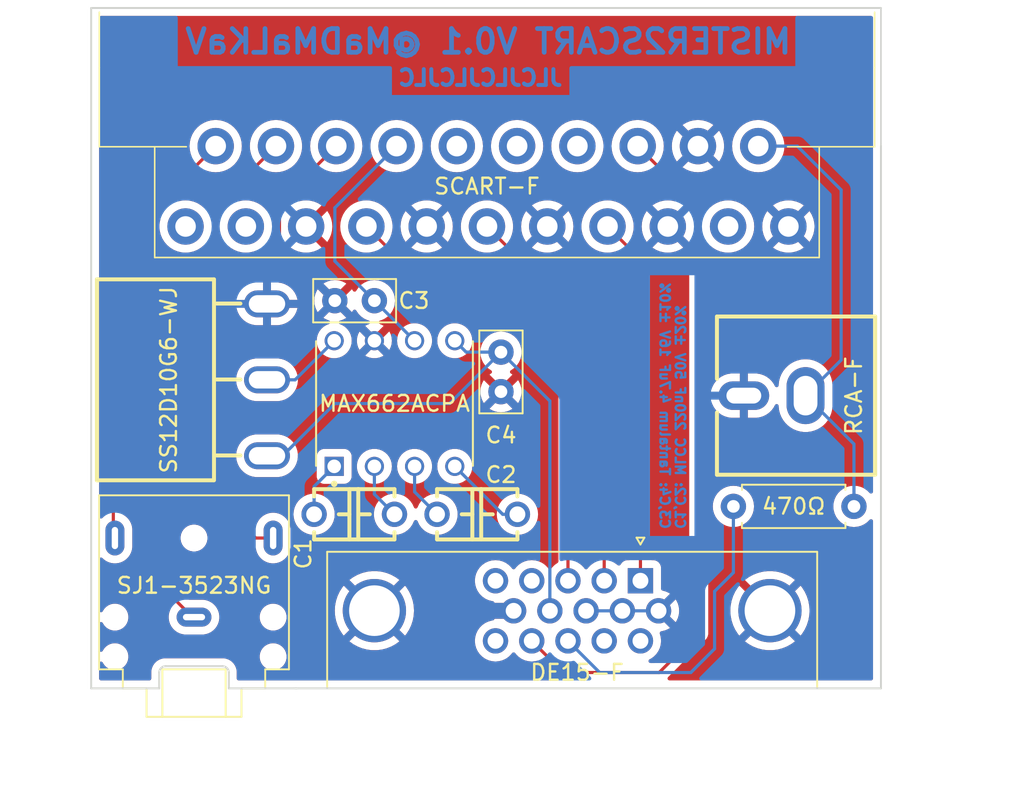
<source format=kicad_pcb>
(kicad_pcb (version 20240108) (generator "pcbnew") (generator_version "8.0")
  (layers (0 "F.Cu" signal) (31 "B.Cu" signal) (34 "B.Paste" user) (35 "F.Paste" user) (36 "B.SilkS" user "B.Silkscreen") (37 "F.SilkS" user "F.Silkscreen") (38 "B.Mask" user) (39 "F.Mask" user) (44 "Edge.Cuts" user))
  (net 0 "")
  (net 1 "Net-(U1-C1-)")
  (net 2 "Net-(U1-C1+)")
  (net 3 "Net-(U1-C2-)")
  (net 4 "Net-(U1-C2+)")
  (net 5 "Net-(J1-P8)")
  (net 6 "GND")
  (net 7 "Net-(SW2-C)")
  (net 8 "Net-(J1-P7)")
  (net 9 "Net-(J1-P6)")
  (net 10 "Net-(J1-P16)")
  (net 13 "Net-(J1-P20)")
  (net 14 "Net-(J1-P2)")
  (net 16 "Net-(J1-P11)")
  (net 17 "Net-(J1-P15)")
  (net 19 "Net-(J1-P4)")
  (net 26 "Net-(J2-Pad13)")
  (net 28 "Net-(SW2-B)")
  (footprint "BOOMELE AV-5:CONN-TH_AV-5" (layer "F.Cu") (at 146.8 74.5 90)
    (property "Reference" "J4" (hide yes))
    (property "Value" "RCA-F" (at 0 5 90) (layer "F.SilkS"))
    (fp_line (start 5 -3.65) (end 5 6.35) (stroke (width 0.25)) (layer "F.SilkS"))
    (fp_line (start 1.06 -3.65) (end 5 -3.65) (stroke (width 0.25)) (layer "F.SilkS"))
    (fp_line (start -5 -3.65) (end -1.06 -3.65) (stroke (width 0.25)) (layer "F.SilkS"))
    (fp_line (start -5 6.35) (end -5 -3.65) (stroke (width 0.25)) (layer "F.SilkS"))
    (fp_line (start -5 6.35) (end 5 6.35) (stroke (width 0.25)) (layer "F.SilkS"))
    (pad "1" thru_hole oval (at 0 1.95 90) (size 3.6 2.4) (drill oval 2.499995 1.500022) (layers "*.Cu" "*.Mask") (net 13 "Net-(J1-P20)"))
    (pad "2" thru_hole oval (at 0 -1.95 180) (size 3.2 1.8) (drill oval 2.199996 0.999998) (layers "*.Cu" "*.Mask") (net 6 "GND"))
  )
  (footprint "Connector_Dsub:DSUB-15-HD_Female_Horizontal_P2.29x1.90mm_EdgePinOffset3.03mm_Housed_MountingHolesOffset4.94mm" (layer "F.Cu") (at 138.315 86.2)
    (property "Reference" "J2" (hide yes))
    (property "Value" "DE15-F" (at -4 5.8 0) (layer "F.SilkS"))
    (fp_line (start -19.8 -1.83) (end 11.17 -1.83) (stroke (width 0.12)) (layer "F.SilkS"))
    (fp_line (start -19.8 6.77) (end -19.8 -1.83) (stroke (width 0.12)) (layer "F.SilkS"))
    (fp_line (start -0.25 -2.724338) (end 0.25 -2.724338) (stroke (width 0.12)) (layer "F.SilkS"))
    (fp_line (start 0 -2.291325) (end -0.25 -2.724338) (stroke (width 0.12)) (layer "F.SilkS"))
    (fp_line (start 0.25 -2.724338) (end 0 -2.291325) (stroke (width 0.12)) (layer "F.SilkS"))
    (fp_line (start 11.17 -1.83) (end 11.17 6.77) (stroke (width 0.12)) (layer "F.SilkS"))
    (pad "0" thru_hole circle (at -16.815 1.89) (size 4 4) (drill 3.2) (layers "*.Cu" "*.Mask") (net 6 "GND"))
    (pad "0" thru_hole circle (at 8.185 1.89) (size 4 4) (drill 3.2) (layers "*.Cu" "*.Mask") (net 6 "GND"))
    (pad "1" thru_hole rect (at 0 0) (size 1.6 1.6) (drill 1) (layers "*.Cu" "*.Mask") (net 17 "Net-(J1-P15)"))
    (pad "2" thru_hole circle (at -2.29 0) (size 1.6 1.6) (drill 1) (layers "*.Cu" "*.Mask") (net 16 "Net-(J1-P11)"))
    (pad "3" thru_hole circle (at -4.58 0) (size 1.6 1.6) (drill 1) (layers "*.Cu" "*.Mask") (net 8 "Net-(J1-P7)"))
    (pad "4" thru_hole circle (at -6.87 0) (size 1.6 1.6) (drill 1) (layers "*.Cu" "*.Mask"))
    (pad "5" thru_hole circle (at -9.16 0) (size 1.6 1.6) (drill 1) (layers "*.Cu" "*.Mask"))
    (pad "6" thru_hole circle (at 1.145 1.9) (size 1.6 1.6) (drill 1) (layers "*.Cu" "*.Mask") (net 6 "GND"))
    (pad "7" thru_hole circle (at -1.145 1.9) (size 1.6 1.6) (drill 1) (layers "*.Cu" "*.Mask") (net 6 "GND"))
    (pad "8" thru_hole circle (at -3.435 1.9) (size 1.6 1.6) (drill 1) (layers "*.Cu" "*.Mask") (net 6 "GND"))
    (pad "9" thru_hole circle (at -5.725 1.9) (size 1.6 1.6) (drill 1) (layers "*.Cu" "*.Mask") (net 7 "Net-(SW2-C)"))
    (pad "10" thru_hole circle (at -8.015 1.9) (size 1.6 1.6) (drill 1) (layers "*.Cu" "*.Mask") (net 6 "GND") (thermal_bridge_width 1))
    (pad "11" thru_hole circle (at 0 3.8) (size 1.6 1.6) (drill 1) (layers "*.Cu" "*.Mask"))
    (pad "12" thru_hole circle (at -2.29 3.8) (size 1.6 1.6) (drill 1) (layers "*.Cu" "*.Mask"))
    (pad "13" thru_hole circle (at -4.58 3.8) (size 1.6 1.6) (drill 1) (layers "*.Cu" "*.Mask") (net 26 "Net-(J2-Pad13)"))
    (pad "14" thru_hole circle (at -6.87 3.8) (size 1.6 1.6) (drill 1) (layers "*.Cu" "*.Mask") (net 10 "Net-(J1-P16)"))
    (pad "15" thru_hole circle (at -9.16 3.8) (size 1.6 1.6) (drill 1) (layers "*.Cu" "*.Mask"))
  )
  (footprint "C322C224M5U5TA:CAP-TH_L5.1-W3.2-P5.08-D0.50" (layer "F.Cu") (at 128 82 180)
    (property "Reference" "C2" (at -1.5 2.5 0) (layer "F.SilkS"))
    (property "Value" "0.22μF" (hide yes))
    (fp_line (start 2.54 1.59) (end -2.54 1.59) (stroke (width 0.25)) (layer "F.SilkS"))
    (fp_line (start 2.54 1.13) (end 2.54 1.59) (stroke (width 0.25)) (layer "F.SilkS"))
    (fp_line (start 2.54 -1.59) (end 2.54 -1.13) (stroke (width 0.25)) (layer "F.SilkS"))
    (fp_line (start 0.31 0) (end 0.98 0) (stroke (width 0.25)) (layer "F.SilkS"))
    (fp_line (start 0.31 -1.59) (end 0.31 1.59) (stroke (width 0.25)) (layer "F.SilkS"))
    (fp_line (start -0.25 -1.58) (end -0.25 1.6) (stroke (width 0.25)) (layer "F.SilkS"))
    (fp_line (start -0.32 0) (end -0.98 0) (stroke (width 0.25)) (layer "F.SilkS"))
    (fp_line (start -2.54 1.13) (end -2.54 1.59) (stroke (width 0.25)) (layer "F.SilkS"))
    (fp_line (start -2.54 -1.59) (end 2.54 -1.59) (stroke (width 0.25)) (layer "F.SilkS"))
    (fp_line (start -2.54 -1.59) (end -2.54 -1.13) (stroke (width 0.25)) (layer "F.SilkS"))
    (pad "1" thru_hole circle (at -2.54 0 180) (size 1.6 1.6) (drill 0.999998) (layers "*.Cu" "*.Mask") (net 4 "Net-(U1-C2+)"))
    (pad "2" thru_hole circle (at 2.54 0 180) (size 1.6 1.6) (drill 0.999998) (layers "*.Cu" "*.Mask") (net 3 "Net-(U1-C2-)"))
  )
  (footprint "Capacitor_THT:C_Disc_D5.0mm_W2.5mm_P2.50mm" (layer "F.Cu") (at 129.5 71.75 -90)
    (property "Reference" "C4" (at 5.25 0 0) (layer "F.SilkS"))
    (property "Value" "4.7μF" (hide yes))
    (fp_line (start -1.37 1.37) (end 3.87 1.37) (stroke (width 0.12)) (layer "F.SilkS"))
    (fp_line (start -1.37 -1.37) (end -1.37 1.37) (stroke (width 0.12)) (layer "F.SilkS"))
    (fp_line (start -1.37 -1.37) (end 3.87 -1.37) (stroke (width 0.12)) (layer "F.SilkS"))
    (fp_line (start 3.87 -1.37) (end 3.87 1.37) (stroke (width 0.12)) (layer "F.SilkS"))
    (pad "1" thru_hole circle (at 0 0 270) (size 1.6 1.6) (drill 0.8) (layers "*.Cu" "*.Mask") (net 7 "Net-(SW2-C)"))
    (pad "2" thru_hole circle (at 2.5 0 270) (size 1.6 1.6) (drill 0.8) (layers "*.Cu" "*.Mask") (net 6 "GND"))
  )
  (footprint "MAX662ACPA:DIP794W47P254L991H457Q8" (layer "F.Cu") (at 122.77 75 90)
    (property "Reference" "U1" (hide yes))
    (property "Value" "MAX662ACPA" (at 0 0 0) (layer "F.SilkS"))
    (fp_line (start -3.935 -4.955) (end 3.935 -4.955) (stroke (width 0.127)) (layer "F.SilkS"))
    (fp_line (start -3.935 4.955) (end 3.935 4.955) (stroke (width 0.127)) (layer "F.SilkS"))
    (fp_circle (center -5.075 -3.81) (end -4.975 -3.81) (stroke (width 0.2)) (fill none) (layer "F.SilkS"))
    (pad "1" thru_hole rect (at -3.97 -3.81 90) (size 1.21 1.21) (drill 0.86) (layers "*.Cu" "*.Mask") (net 1 "Net-(U1-C1-)"))
    (pad "2" thru_hole circle (at -3.97 -1.27 90) (size 1.21 1.21) (drill 0.86) (layers "*.Cu" "*.Mask") (net 2 "Net-(U1-C1+)"))
    (pad "3" thru_hole circle (at -3.97 1.27 90) (size 1.21 1.21) (drill 0.86) (layers "*.Cu" "*.Mask") (net 3 "Net-(U1-C2-)"))
    (pad "4" thru_hole circle (at -3.97 3.81 90) (size 1.21 1.21) (drill 0.86) (layers "*.Cu" "*.Mask") (net 4 "Net-(U1-C2+)"))
    (pad "5" thru_hole circle (at 3.97 3.81 90) (size 1.21 1.21) (drill 0.86) (layers "*.Cu" "*.Mask") (net 7 "Net-(SW2-C)"))
    (pad "6" thru_hole circle (at 3.97 1.27 90) (size 1.21 1.21) (drill 0.86) (layers "*.Cu" "*.Mask") (net 5 "Net-(J1-P8)"))
    (pad "7" thru_hole circle (at 3.97 -1.27 90) (size 1.21 1.21) (drill 0.86) (layers "*.Cu" "*.Mask") (net 6 "GND"))
    (pad "8" thru_hole circle (at 3.97 -3.81 90) (size 1.21 1.21) (drill 0.86) (layers "*.Cu" "*.Mask") (net 28 "Net-(SW2-B)"))
  )
  (footprint "KYCON_SCART_K-SCARTX-022:KYCON_SCART_K-SCARTX-022_Horizontal" (layer "F.Cu") (at 128.615 61.27)
    (property "Reference" "J1" (hide yes))
    (property "Value" "SCART-F" (at 0 0 0) (layer "F.SilkS"))
    (fp_line (start -24.5 -11) (end -24.5 -7.5) (stroke (width 0.1)) (layer "F.SilkS"))
    (fp_line (start -24.5 -7.5) (end -24.5 -2.5) (stroke (width 0.1)) (layer "F.SilkS"))
    (fp_line (start -21 4.5) (end -21 -2.5) (stroke (width 0.1)) (layer "F.SilkS"))
    (fp_line (start -19 -2.5) (end -24.5 -2.5) (stroke (width 0.1)) (layer "F.SilkS"))
    (fp_line (start 19 -2.5) (end 24.5 -2.5) (stroke (width 0.1)) (layer "F.SilkS"))
    (fp_line (start 21 -2.5) (end 21 4.5) (stroke (width 0.1)) (layer "F.SilkS"))
    (fp_line (start 21 4.5) (end -21 4.5) (stroke (width 0.1)) (layer "F.SilkS"))
    (fp_line (start 24.5 -7.5) (end 24.5 -11) (stroke (width 0.1)) (layer "F.SilkS"))
    (fp_line (start 24.5 -2.5) (end 24.5 -7.5) (stroke (width 0.1)) (layer "F.SilkS"))
    (pad "1" thru_hole circle (at -19.05 2.54) (size 2.3 2.3) (drill 1.3) (layers "*.Cu" "*.Mask"))
    (pad "2" thru_hole circle (at -17.145 -2.54) (size 2.3 2.3) (drill 1.3) (layers "*.Cu" "*.Mask") (net 14 "Net-(J1-P2)"))
    (pad "3" thru_hole circle (at -15.24 2.54) (size 2.3 2.3) (drill 1.3) (layers "*.Cu" "*.Mask"))
    (pad "4" thru_hole circle (at -13.335 -2.54) (size 2.3 2.3) (drill 1.3) (layers "*.Cu" "*.Mask") (net 19 "Net-(J1-P4)"))
    (pad "5" thru_hole circle (at -11.43 2.54) (size 2.3 2.3) (drill 1.3) (layers "*.Cu" "*.Mask") (net 6 "GND"))
    (pad "6" thru_hole circle (at -9.525 -2.54) (size 2.3 2.3) (drill 1.3) (layers "*.Cu" "*.Mask") (net 9 "Net-(J1-P6)"))
    (pad "7" thru_hole circle (at -7.62 2.54) (size 2.3 2.3) (drill 1.3) (layers "*.Cu" "*.Mask") (net 8 "Net-(J1-P7)"))
    (pad "8" thru_hole circle (at -5.715 -2.54) (size 2.3 2.3) (drill 1.3) (layers "*.Cu" "*.Mask") (net 5 "Net-(J1-P8)"))
    (pad "9" thru_hole circle (at -3.81 2.54) (size 2.3 2.3) (drill 1.3) (layers "*.Cu" "*.Mask") (net 6 "GND"))
    (pad "10" thru_hole circle (at -1.905 -2.54) (size 2.3 2.3) (drill 1.3) (layers "*.Cu" "*.Mask"))
    (pad "11" thru_hole circle (at 0 2.54) (size 2.3 2.3) (drill 1.3) (layers "*.Cu" "*.Mask") (net 16 "Net-(J1-P11)"))
    (pad "12" thru_hole circle (at 1.905 -2.54) (size 2.3 2.3) (drill 1.3) (layers "*.Cu" "*.Mask"))
    (pad "13" thru_hole circle (at 3.81 2.54) (size 2.3 2.3) (drill 1.3) (layers "*.Cu" "*.Mask") (net 6 "GND"))
    (pad "14" thru_hole circle (at 5.715 -2.54) (size 2.3 2.3) (drill 1.3) (layers "*.Cu" "*.Mask"))
    (pad "15" thru_hole circle (at 7.62 2.54) (size 2.3 2.3) (drill 1.3) (layers "*.Cu" "*.Mask") (net 17 "Net-(J1-P15)"))
    (pad "16" thru_hole circle (at 9.525 -2.54) (size 2.3 2.3) (drill 1.3) (layers "*.Cu" "*.Mask") (net 10 "Net-(J1-P16)"))
    (pad "17" thru_hole circle (at 11.43 2.54) (size 2.3 2.3) (drill 1.3) (layers "*.Cu" "*.Mask") (net 6 "GND"))
    (pad "18" thru_hole circle (at 13.335 -2.54) (size 2.3 2.3) (drill 1.3) (layers "*.Cu" "*.Mask") (net 6 "GND"))
    (pad "19" thru_hole circle (at 15.24 2.54) (size 2.3 2.3) (drill 1.3) (layers "*.Cu" "*.Mask"))
    (pad "20" thru_hole circle (at 17.145 -2.54) (size 2.3 2.3) (drill 1.3) (layers "*.Cu" "*.Mask") (net 13 "Net-(J1-P20)"))
    (pad "21" thru_hole circle (at 19.05 2.54) (size 2.3 2.3) (drill 1.3) (layers "*.Cu" "*.Mask") (net 6 "GND"))
  )
  (footprint "Capacitor_THT:C_Disc_D5.0mm_W2.5mm_P2.50mm" (layer "F.Cu") (at 121.5 68.5 180)
    (property "Reference" "C3" (at -2.5 0 180) (layer "F.SilkS"))
    (property "Value" "4.7μF" (hide yes))
    (fp_line (start 3.87 -1.37) (end 3.87 1.37) (stroke (width 0.12)) (layer "F.SilkS"))
    (fp_line (start -1.37 1.37) (end 3.87 1.37) (stroke (width 0.12)) (layer "F.SilkS"))
    (fp_line (start -1.37 -1.37) (end 3.87 -1.37) (stroke (width 0.12)) (layer "F.SilkS"))
    (fp_line (start -1.37 -1.37) (end -1.37 1.37) (stroke (width 0.12)) (layer "F.SilkS"))
    (pad "1" thru_hole circle (at 0 0 180) (size 1.6 1.6) (drill 0.8) (layers "*.Cu" "*.Mask") (net 5 "Net-(J1-P8)"))
    (pad "2" thru_hole circle (at 2.5 0 180) (size 1.6 1.6) (drill 0.8) (layers "*.Cu" "*.Mask") (net 6 "GND"))
  )
  (footprint "Connector_Audio:Jack_3.5mm_CUI_SJ1-3523N_Horizontal" (layer "F.Cu") (at 110.1 88.5)
    (property "Reference" "J3" (hide yes))
    (property "Value" "SJ1-3523NG" (at 0 -2 0) (layer "F.SilkS"))
    (fp_line (start -6 -7.7) (end 6 -7.7) (stroke (width 0.12)) (layer "F.SilkS"))
    (fp_line (start -6 3.3) (end -6 -7.7) (stroke (width 0.12)) (layer "F.SilkS"))
    (fp_line (start -4.5 3.3) (end -6 3.3) (stroke (width 0.12)) (layer "F.SilkS"))
    (fp_line (start -4.5 4.5) (end -4.5 3.3) (stroke (width 0.12)) (layer "F.SilkS"))
    (fp_line (start -3 4.5) (end -4.5 4.5) (stroke (width 0.12)) (layer "F.SilkS"))
    (fp_line (start -3 6.3) (end -3 4.5) (stroke (width 0.12)) (layer "F.SilkS"))
    (fp_line (start -2 3.3) (end -2 6.3) (stroke (width 0.12)) (layer "F.SilkS"))
    (fp_line (start 2 3.3) (end -2 3.3) (stroke (width 0.12)) (layer "F.SilkS"))
    (fp_line (start 2 6.3) (end 2 3.3) (stroke (width 0.12)) (layer "F.SilkS"))
    (fp_line (start 3 4.5) (end 3 6.3) (stroke (width 0.12)) (layer "F.SilkS"))
    (fp_line (start 3 6.3) (end -3 6.3) (stroke (width 0.12)) (layer "F.SilkS"))
    (fp_line (start 4.5 3.3) (end 4.5 4.5) (stroke (width 0.12)) (layer "F.SilkS"))
    (fp_line (start 4.5 4.5) (end 3 4.5) (stroke (width 0.12)) (layer "F.SilkS"))
    (fp_line (start 6 -7.7) (end 6 3.3) (stroke (width 0.12)) (layer "F.SilkS"))
    (fp_line (start 6 3.3) (end 4.5 3.3) (stroke (width 0.12)) (layer "F.SilkS"))
    (fp_line (start -2.2 3.5) (end -2.2 4.5) (stroke (width 0.12)) (layer "Edge.Cuts"))
    (fp_line (start -2.2 4.5) (end -6.5 4.5) (stroke (width 0.12)) (layer "Edge.Cuts"))
    (fp_line (start 1.8 3.1) (end -1.8 3.1) (stroke (width 0.12)) (layer "Edge.Cuts"))
    (fp_line (start 2.2 3.5) (end 2.2 4.5) (stroke (width 0.12)) (layer "Edge.Cuts"))
    (fp_line (start 2.2 4.5) (end 6.5 4.5) (stroke (width 0.12)) (layer "Edge.Cuts"))
    (fp_arc (start -2.2 3.5) (mid -2.082842 3.217158) (end -1.8 3.1) (stroke (width 0.12)) (layer "Edge.Cuts"))
    (fp_arc (start 1.8 3.1) (mid 2.082843 3.217157) (end 2.2 3.5) (stroke (width 0.12)) (layer "Edge.Cuts"))
    (pad "" np_thru_hole circle (at -5 0) (size 1.2 1.2) (drill 1.2) (layers "F&B.Cu" "*.Mask"))
    (pad "" np_thru_hole circle (at -5 2.5) (size 1.2 1.2) (drill 1.2) (layers "F&B.Cu" "*.Mask"))
    (pad "" np_thru_hole circle (at 0 -5) (size 1.2 1.2) (drill 1.2) (layers "F&B.Cu" "*.Mask"))
    (pad "" np_thru_hole circle (at 5 0) (size 1.2 1.2) (drill 1.2) (layers "F&B.Cu" "*.Mask"))
    (pad "" np_thru_hole circle (at 5 2.5) (size 1.2 1.2) (drill 1.2) (layers "F&B.Cu" "*.Mask"))
    (pad "R" thru_hole oval (at -5 -5) (size 1.2 2.2) (drill oval 0.4 1.4) (layers "*.Cu" "*.Mask") (net 14 "Net-(J1-P2)"))
    (pad "S" thru_hole oval (at 0 0) (size 2.2 1.2) (drill oval 1.4 0.4) (layers "*.Cu" "*.Mask") (net 19 "Net-(J1-P4)"))
    (pad "T" thru_hole oval (at 5 -5 180) (size 1.2 2.2) (drill oval 0.4 1.4) (layers "*.Cu" "*.Mask") (net 9 "Net-(J1-P6)"))
  )
  (footprint "Resistor_THT:R_Axial_DIN0207_L6.3mm_D2.5mm_P7.62mm_Horizontal" (layer "F.Cu") (at 151.81 81.5 180)
    (property "Reference" "R1" (hide yes))
    (property "Value" "470Ω" (at 3.81 0 0) (layer "F.SilkS"))
    (fp_line (start 7.08 1.37) (end 7.08 1.04) (stroke (width 0.12)) (layer "F.SilkS"))
    (fp_line (start 7.08 -1.37) (end 7.08 -1.04) (stroke (width 0.12)) (layer "F.SilkS"))
    (fp_line (start 0.54 1.37) (end 7.08 1.37) (stroke (width 0.12)) (layer "F.SilkS"))
    (fp_line (start 0.54 1.04) (end 0.54 1.37) (stroke (width 0.12)) (layer "F.SilkS"))
    (fp_line (start 0.54 -1.04) (end 0.54 -1.37) (stroke (width 0.12)) (layer "F.SilkS"))
    (fp_line (start 0.54 -1.37) (end 7.08 -1.37) (stroke (width 0.12)) (layer "F.SilkS"))
    (pad "1" thru_hole circle (at 0 0 180) (size 1.6 1.6) (drill 0.8) (layers "*.Cu" "*.Mask") (net 13 "Net-(J1-P20)"))
    (pad "2" thru_hole oval (at 7.62 0 180) (size 1.6 1.6) (drill 0.8) (layers "*.Cu" "*.Mask") (net 26 "Net-(J2-Pad13)"))
  )
  (footprint "SS12D10G6-WJ:SW-TH_3P-P4.80_HX-SS12D10G6-WJ" (layer "F.Cu") (at 114.7125 73.5 -90)
    (property "Reference" "SW2" (hide yes))
    (property "Value" "SS12D10G6-WJ" (at 0 6.2125 90) (layer "F.SilkS"))
    (fp_line (start -6.35 10.75) (end 6.35 10.75) (stroke (width 0.25)) (layer "F.SilkS"))
    (fp_line (start 6.35 3.4) (end 6.35 10.75) (stroke (width 0.25)) (layer "F.SilkS"))
    (fp_line (start -6.35 3.35) (end -6.35 10.75) (stroke (width 0.25)) (layer "F.SilkS"))
    (fp_line (start 6.35 3.35) (end -6.35 3.35) (stroke (width 0.25)) (layer "F.SilkS"))
    (fp_line (start -4.82 1.68) (end -4.82 3.18) (stroke (width 0.25)) (layer "F.SilkS"))
    (fp_line (start -0.02 1.68) (end -0.02 3.18) (stroke (width 0.25)) (layer "F.SilkS"))
    (fp_line (start 4.78 1.68) (end 4.78 3.18) (stroke (width 0.25)) (layer "F.SilkS"))
    (pad "1" thru_hole oval (at -4.8 0 270) (size 1.7 2.9) (drill oval 1.100023 2.299995) (layers "*.Cu" "*.Mask") (net 6 "GND"))
    (pad "2" thru_hole oval (at 0 0 270) (size 1.7 2.9) (drill oval 1.100023 2.299995) (layers "*.Cu" "*.Mask") (net 28 "Net-(SW2-B)"))
    (pad "3" thru_hole oval (at 4.8 0 270) (size 1.7 2.9) (drill oval 1.100023 2.299995) (layers "*.Cu" "*.Mask") (net 7 "Net-(SW2-C)"))
  )
  (footprint "C322C224M5U5TA:CAP-TH_L5.1-W3.2-P5.08-D0.50" (layer "F.Cu") (at 120.23 82 180)
    (property "Reference" "C1" (at 3.23 -2.5 90) (layer "F.SilkS"))
    (property "Value" "0.22μF" (hide yes))
    (fp_line (start 2.54 1.59) (end -2.54 1.59) (stroke (width 0.25)) (layer "F.SilkS"))
    (fp_line (start 2.54 1.13) (end 2.54 1.59) (stroke (width 0.25)) (layer "F.SilkS"))
    (fp_line (start 2.54 -1.59) (end 2.54 -1.13) (stroke (width 0.25)) (layer "F.SilkS"))
    (fp_line (start 0.31 0) (end 0.98 0) (stroke (width 0.25)) (layer "F.SilkS"))
    (fp_line (start 0.31 -1.59) (end 0.31 1.59) (stroke (width 0.25)) (layer "F.SilkS"))
    (fp_line (start -0.25 -1.58) (end -0.25 1.6) (stroke (width 0.25)) (layer "F.SilkS"))
    (fp_line (start -0.32 0) (end -0.98 0) (stroke (width 0.25)) (layer "F.SilkS"))
    (fp_line (start -2.54 1.13) (end -2.54 1.59) (stroke (width 0.25)) (layer "F.SilkS"))
    (fp_line (start -2.54 -1.59) (end 2.54 -1.59) (stroke (width 0.25)) (layer "F.SilkS"))
    (fp_line (start -2.54 -1.59) (end -2.54 -1.13) (stroke (width 0.25)) (layer "F.SilkS"))
    (pad "1" thru_hole circle (at -2.54 0 180) (size 1.6 1.6) (drill 0.999998) (layers "*.Cu" "*.Mask") (net 2 "Net-(U1-C1+)"))
    (pad "2" thru_hole circle (at 2.54 0 180) (size 1.6 1.6) (drill 0.999998) (layers "*.Cu" "*.Mask") (net 1 "Net-(U1-C1-)"))
  )
  (gr_line (start 103.6 49.999326) (end 153.515 49.999973) (stroke (width 0.12)) (layer "Edge.Cuts"))
  (gr_line (start 153.515 58.73) (end 153.515 93.000674) (stroke (width 0.12)) (layer "Edge.Cuts"))
  (gr_line (start 116.5 93) (end 153.515 93.000674) (stroke (width 0.12)) (layer "Edge.Cuts"))
  (gr_line (start 153.515 58.73) (end 153.515 49.999973) (stroke (width 0.1)) (layer "Edge.Cuts"))
  (gr_line (start 103.6 49.999326) (end 103.6 93) (stroke (width 0.12)) (layer "Edge.Cuts"))
  (gr_text "MISTER2SCART V0.1 @MaDMaLKaV" (at 148 53 0) (layer "B.Cu") (effects (font (size 1.5 1.5) (thickness 0.3) (bold yes)) (justify left bottom mirror)))
  (gr_text "JLCJLCJLCJLC" (at 133.5 55 0) (layer "B.Cu") (effects (font (size 1 1) (thickness 0.25) (bold yes)) (justify left bottom mirror)))
  (gr_text "C1,C2: MLCC 220nF 50V ±20%\nC3,C4: Tantalum 4.7uF 16V ±10%" (at 139.5 83 270) (layer "B.Cu") (effects (font (size 0.6 0.6) (thickness 0.15) (bold yes)) (justify left bottom mirror)))
  (segment (start 117.69 82) (end 117.69 80.24) (width 0.2) (layer "B.Cu") (net 1))
  (segment (start 117.69 80.24) (end 118.96 78.97) (width 0.2) (layer "B.Cu") (net 1))
  (segment (start 121.5 78.97) (end 121.5 80.73) (width 0.2) (layer "B.Cu") (net 2))
  (segment (start 121.5 80.73) (end 122.77 82) (width 0.2) (layer "B.Cu") (net 2))
  (segment (start 124.04 78.97) (end 124.04 80.58) (width 0.2) (layer "B.Cu") (net 3))
  (segment (start 124.04 80.58) (end 125.46 82) (width 0.2) (layer "B.Cu") (net 3))
  (segment (start 129.61 82) (end 130.54 82) (width 0.2) (layer "B.Cu") (net 4))
  (segment (start 126.58 78.97) (end 129.61 82) (width 0.2) (layer "B.Cu") (net 4))
  (segment (start 119 62.63) (end 119 66) (width 0.2) (layer "B.Cu") (net 5))
  (segment (start 124.04 71.03) (end 121.51 68.5) (width 0.2) (layer "B.Cu") (net 5))
  (segment (start 122.9 58.73) (end 119 62.63) (width 0.2) (layer "B.Cu") (net 5))
  (segment (start 119 66) (end 121.5 68.5) (width 0.2) (layer "B.Cu") (net 5))
  (segment (start 121.51 68.5) (end 121.5 68.5) (width 0.2) (layer "B.Cu") (net 5))
  (segment (start 137.17 88.1) (end 134.88 88.1) (width 0.2) (layer "B.Cu") (net 6))
  (segment (start 139.46 88.1) (end 137.17 88.1) (width 0.2) (layer "B.Cu") (net 6))
  (segment (start 129.5 71.75) (end 127.3 71.75) (width 0.2) (layer "B.Cu") (net 7))
  (segment (start 127.3 71.75) (end 126.58 71.03) (width 0.2) (layer "B.Cu") (net 7))
  (segment (start 132.59 88.1) (end 132.59 74.84) (width 0.2) (layer "B.Cu") (net 7))
  (segment (start 114.7125 78.3) (end 115.7 78.3) (width 0.2) (layer "B.Cu") (net 7))
  (segment (start 132.59 74.84) (end 129.5 71.75) (width 0.2) (layer "B.Cu") (net 7))
  (segment (start 119 75) (end 126.25 75) (width 0.2) (layer "B.Cu") (net 7))
  (segment (start 115.7 78.3) (end 119 75) (width 0.2) (layer "B.Cu") (net 7))
  (segment (start 126.25 75) (end 129.5 71.75) (width 0.2) (layer "B.Cu") (net 7))
  (segment (start 133.735 71.735) (end 130 68) (width 0.2) (layer "F.Cu") (net 8))
  (segment (start 130 68) (end 125.185 68) (width 0.2) (layer "F.Cu") (net 8))
  (segment (start 133.735 86.2) (end 133.735 71.735) (width 0.2) (layer "F.Cu") (net 8))
  (segment (start 125.185 68) (end 120.995 63.81) (width 0.2) (layer "F.Cu") (net 8))
  (segment (start 115.5 62.32) (end 119.09 58.73) (width 0.2) (layer "F.Cu") (net 9))
  (segment (start 115 83.5) (end 114 83.5) (width 0.2) (layer "F.Cu") (net 9))
  (segment (start 110.5 70) (end 115.5 65) (width 0.2) (layer "F.Cu") (net 9))
  (segment (start 115.5 65) (end 115.5 62.32) (width 0.2) (layer "F.Cu") (net 9))
  (segment (start 110.5 80) (end 110.5 70) (width 0.2) (layer "F.Cu") (net 9))
  (segment (start 114 83.5) (end 110.5 80) (width 0.2) (layer "F.Cu") (net 9))
  (segment (start 142 89.5) (end 142 62.59) (width 0.2) (layer "F.Cu") (net 10))
  (segment (start 142 62.59) (end 138.14 58.73) (width 0.2) (layer "F.Cu") (net 10))
  (segment (start 133.445 92) (end 139.5 92) (width 0.2) (layer "F.Cu") (net 10))
  (segment (start 139.5 92) (end 142 89.5) (width 0.2) (layer "F.Cu") (net 10))
  (segment (start 131.445 90) (end 133.445 92) (width 0.2) (layer "F.Cu") (net 10))
  (segment (start 151.81 81.5) (end 151.81 77.56) (width 0.2) (layer "B.Cu") (net 13))
  (segment (start 148.75 74.5) (end 151 72.25) (width 0.2) (layer "B.Cu") (net 13))
  (segment (start 148.23 58.73) (end 145.76 58.73) (width 0.2) (layer "B.Cu") (net 13))
  (segment (start 151 61.5) (end 148.23 58.73) (width 0.2) (layer "B.Cu") (net 13))
  (segment (start 151.81 77.56) (end 148.75 74.5) (width 0.2) (layer "B.Cu") (net 13))
  (segment (start 151 72.25) (end 151 61.5) (width 0.2) (layer "B.Cu") (net 13))
  (segment (start 105 65.2) (end 111.47 58.73) (width 0.2) (layer "F.Cu") (net 14))
  (segment (start 105 83.5) (end 105 65.2) (width 0.2) (layer "F.Cu") (net 14))
  (segment (start 136.025 86.2) (end 136.025 71.22) (width 0.2) (layer "F.Cu") (net 16))
  (segment (start 136.025 71.22) (end 128.615 63.81) (width 0.2) (layer "F.Cu") (net 16))
  (segment (start 138.315 86.2) (end 138.315 65.89) (width 0.2) (layer "F.Cu") (net 17))
  (segment (start 138.315 65.89) (end 136.235 63.81) (width 0.2) (layer "F.Cu") (net 17))
  (segment (start 111.5 65.5) (end 111.5 62.51) (width 0.2) (layer "F.Cu") (net 19))
  (segment (start 110 88.5) (end 108 86.5) (width 0.2) (layer "F.Cu") (net 19))
  (segment (start 108 69) (end 111.5 65.5) (width 0.2) (layer "F.Cu") (net 19))
  (segment (start 108 86.5) (end 108 69) (width 0.2) (layer "F.Cu") (net 19))
  (segment (start 111.5 62.51) (end 115.28 58.73) (width 0.2) (layer "F.Cu") (net 19))
  (segment (start 135.735 92) (end 141.5 92) (width 0.2) (layer "B.Cu") (net 26))
  (segment (start 143 86.870635) (end 144.19 85.680635) (width 0.2) (layer "B.Cu") (net 26))
  (segment (start 141.5 92) (end 143 90.5) (width 0.2) (layer "B.Cu") (net 26))
  (segment (start 143 90.5) (end 143 86.870635) (width 0.2) (layer "B.Cu") (net 26))
  (segment (start 144.19 85.680635) (end 144.19 81.5) (width 0.2) (layer "B.Cu") (net 26))
  (segment (start 133.735 90) (end 135.735 92) (width 0.2) (layer "B.Cu") (net 26))
  (segment (start 116.49 73.5) (end 118.96 71.03) (width 0.2) (layer "B.Cu") (net 28))
  (segment (start 114.7125 73.5) (end 116.49 73.5) (width 0.2) (layer "B.Cu") (net 28))
  (zone (net 6) (net_name "GND") (layer "F.Cu") (connect_pads (clearance 0.5)) (min_thickness 0.25) (fill yes (thermal_gap 0.5) (thermal_bridge_width 0.5))
    (polygon (pts (xy 153.5 50) (xy 153.5 93) (xy 112 93) (xy 112 91.5) (xy 108 91.5) (xy 108 93) (xy 103.5 93) (xy 103.5 50)))
  )
  (zone (net 6) (net_name "GND") (layer "B.Cu") (connect_pads (clearance 0.5)) (min_thickness 0.25) (fill yes (thermal_gap 0.5) (thermal_bridge_width 0.5))
    (polygon (pts (xy 153.5 50) (xy 153.5 93) (xy 112 93) (xy 112 91.5) (xy 108 91.5) (xy 108 93) (xy 103.5 93) (xy 103.5 50)))
  )
)
</source>
